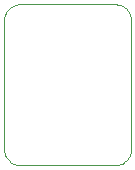
<source format=gm1>
%FSTAX23Y23*%
%MOIN*%
%SFA1B1*%

%IPPOS*%
%ADD12C,0.003937*%
%LNbmi088_i2c_breakout_v1.0_pcb-1*%
%LPD*%
G54D12*
X05692Y01791D02*
D01*
X05693Y01787*
X05693Y01783*
X05694Y0178*
X05695Y01776*
X05696Y01772*
X05697Y01769*
X05699Y01765*
X05701Y01762*
X05703Y01759*
X05705Y01756*
X05708Y01753*
X05711Y0175*
X05714Y01748*
X05717Y01745*
X0572Y01743*
X05723Y01741*
X05727Y0174*
X0573Y01739*
X05734Y01738*
X05738Y01737*
X05742Y01736*
X05746Y01736*
X05748Y01736*
X06062D02*
D01*
X06065Y01736*
X06069Y01736*
X06073Y01737*
X06077Y01738*
X0608Y01739*
X06084Y01741*
X06087Y01742*
X06091Y01744*
X06094Y01746*
X06097Y01749*
X061Y01751*
X06102Y01754*
X06105Y01757*
X06107Y0176*
X06109Y01763*
X06111Y01767*
X06113Y0177*
X06114Y01774*
X06115Y01778*
X06116Y01781*
X06116Y01785*
X06117Y01789*
X06117Y01791*
Y02218D02*
D01*
X06116Y02222*
X06116Y02226*
X06115Y02229*
X06114Y02233*
X06113Y02237*
X06112Y0224*
X0611Y02244*
X06108Y02247*
X06106Y0225*
X06104Y02253*
X06101Y02256*
X06098Y02259*
X06095Y02261*
X06092Y02264*
X06089Y02266*
X06086Y02268*
X06082Y02269*
X06079Y0227*
X06075Y02271*
X06071Y02272*
X06067Y02273*
X06063Y02273*
X06062Y02273*
X05748D02*
D01*
X05744Y02273*
X0574Y02273*
X05736Y02272*
X05732Y02271*
X05729Y0227*
X05725Y02268*
X05722Y02267*
X05718Y02265*
X05715Y02263*
X05712Y0226*
X05709Y02258*
X05707Y02255*
X05704Y02252*
X05702Y02249*
X057Y02246*
X05698Y02242*
X05696Y02239*
X05695Y02235*
X05694Y02231*
X05693Y02228*
X05693Y02224*
X05692Y0222*
X05692Y02218*
Y01791D02*
Y02218D01*
X05748Y01736D02*
X06062D01*
X06117Y01791D02*
Y02218D01*
X05748Y02273D02*
X06062D01*
M02*
</source>
